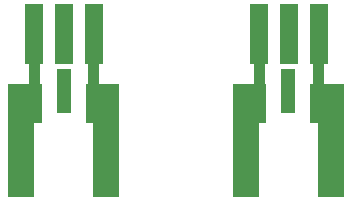
<source format=gtp>
G04*
G04 #@! TF.GenerationSoftware,Altium Limited,Altium Designer,21.6.1 (37)*
G04*
G04 Layer_Color=8421504*
%FSLAX44Y44*%
%MOMM*%
G71*
G04*
G04 #@! TF.SameCoordinates,093F2D74-96CB-4BC5-AE0C-1D58DF06F95F*
G04*
G04*
G04 #@! TF.FilePolarity,Positive*
G04*
G01*
G75*
%ADD12R,1.2000X3.8000*%
%ADD13R,1.5200X5.0800*%
%ADD14C,0.9000*%
G36*
X221500Y95000D02*
X215000D01*
Y32000D01*
X193000D01*
Y128000D01*
X221500D01*
Y95000D01*
D02*
G37*
G36*
X287000Y32000D02*
X265000D01*
Y95000D01*
X258500D01*
Y128000D01*
X287000D01*
Y32000D01*
D02*
G37*
G36*
X411500Y95000D02*
X405000D01*
Y32000D01*
X383000D01*
Y128000D01*
X411500D01*
Y95000D01*
D02*
G37*
G36*
X477000Y32000D02*
X455000D01*
Y95000D01*
X448500D01*
Y128000D01*
X477000D01*
Y32000D01*
D02*
G37*
D12*
X430000Y122000D02*
D03*
X240000D02*
D03*
D13*
X265400Y170000D02*
D03*
X240000D02*
D03*
X214600D02*
D03*
X455800D02*
D03*
X430400D02*
D03*
X405000D02*
D03*
D14*
X455000Y120000D02*
Y165000D01*
X405000Y120000D02*
Y155000D01*
X265000Y120000D02*
Y160000D01*
X215000Y110000D02*
Y155000D01*
M02*

</source>
